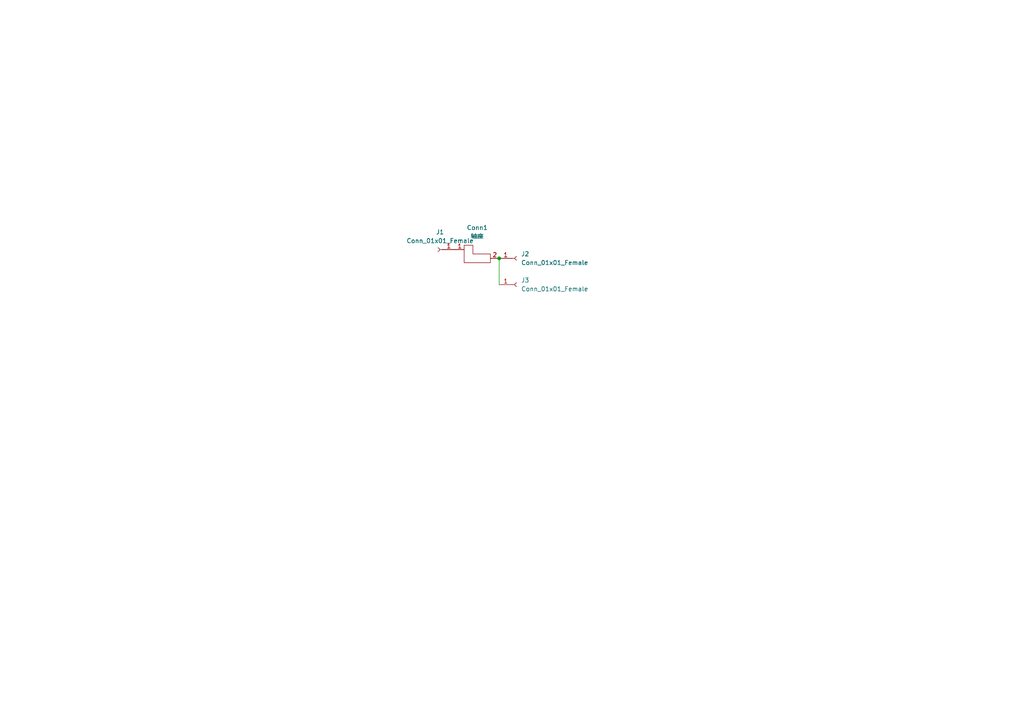
<source format=kicad_sch>
(kicad_sch (version 20211123) (generator eeschema)
  (paper "A4")
  (lib_symbols
    (symbol "Connector:Conn_01x01_Female" (pin_names (offset 1.016) hide)
      (property "Reference" "J" (at 0 2.54 0))
      (property "Value" "Conn_01x01_Female" (at 0 -2.54 0))
      (symbol "Conn_01x01_Female_1_1"
        (polyline (pts (xy -1.27 0) (xy -0.508 0)) (stroke (width 0.1524)))
        (arc (start 0 0.508) (mid -0.508 0) (end 0 -0.508) (stroke (width 0.1524)))
        (pin passive line (at -5.08 0 0) (length 3.81) (name "Pin_1") (number "1"))
      )
    )
    (symbol "键盘相关:轴座"
      (property "Reference" "Conn" (at 2.54 1.27 0))
      (property "Value" "轴座" (at 5.08 -1.27 0))
      (symbol "轴座_0_1"
        (polyline (pts (xy 0 0) (xy 0 -5.08) (xy 7.62 -5.08) (xy 7.62 -2.54) (xy 2.54 -2.54) (xy 2.54 0) (xy 0 0)))
      )
      (symbol "轴座_1_1"
        (pin free line (at -2.54 -1.27 0) (length 2.54) (name "") (number "1"))
        (pin free line (at 10.16 -3.81 180) (length 2.54) (name "") (number "2"))
      )
    )
  )
  (junction (at 144.78 74.93))
  (wire (pts (xy 144.78 74.93) (xy 144.78 82.55)))
  (symbol (lib_id "键盘相关:轴座") (at 134.62 71.12 0) (unit 1)
    (property "Reference" "Conn1" (at 138.43 66.04 0))
    (property "Value" "轴座" (at 138.43 68.58 0))
    (property "Footprint" "键盘相关:五脚轴座" (effects hide))
    (property "Datasheet" "http://www.kailh.com/product/Ms/rcb/CPG151101S11%20Standard%20Black.pdf" (effects hide))
    (property "MPN" "CPG151101S51" (effects hide))
    (property "Manufacturer" "Kailh" (effects hide))
    (property "Description" "http://www.kailh.com/product/Ms/rcb/882.html" (effects hide))
  )
  (symbol (lib_id "Connector:Conn_01x01_Female") (at 149.86 82.55 0) (unit 1)
    (property "Reference" "J3" (at 151.13 81.2799 0) (effects (justify left)))
    (property "Value" "Conn_01x01_Female" (at 151.13 83.8199 0) (effects (justify left)))
    (property "Footprint" "Connector_Wire:SolderWire-0.25sqmm_1x01_D0.65mm_OD1.7mm" (effects hide))
  )
  (symbol (lib_id "Connector:Conn_01x01_Female") (at 149.86 74.93 0) (unit 1)
    (property "Reference" "J2" (at 151.13 73.6599 0) (effects (justify left)))
    (property "Value" "Conn_01x01_Female" (at 151.13 76.1999 0) (effects (justify left)))
    (property "Footprint" "Connector_Wire:SolderWire-0.25sqmm_1x01_D0.65mm_OD1.7mm" (effects hide))
  )
  (symbol (lib_id "Connector:Conn_01x01_Female") (at 127 72.39 180) (unit 1)
    (property "Reference" "J1" (at 127.635 67.31 0))
    (property "Value" "Conn_01x01_Female" (at 127.635 69.85 0))
    (property "Footprint" "Connector_Wire:SolderWire-0.25sqmm_1x01_D0.65mm_OD1.7mm" (effects hide))
  )
)
</source>
